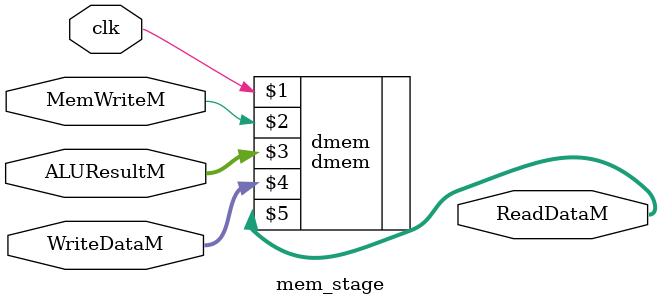
<source format=sv>
`timescale 1ns / 1ps


module mem_stage(input  logic clk, MemWriteM, 
                 input  logic [31:0] ALUResultM, WriteDataM,
                 output logic [31:0] ReadDataM 

    );

//Instanciating Data Memory    
dmem dmem(clk, MemWriteM, ALUResultM, WriteDataM, ReadDataM);
    
    
endmodule

</source>
